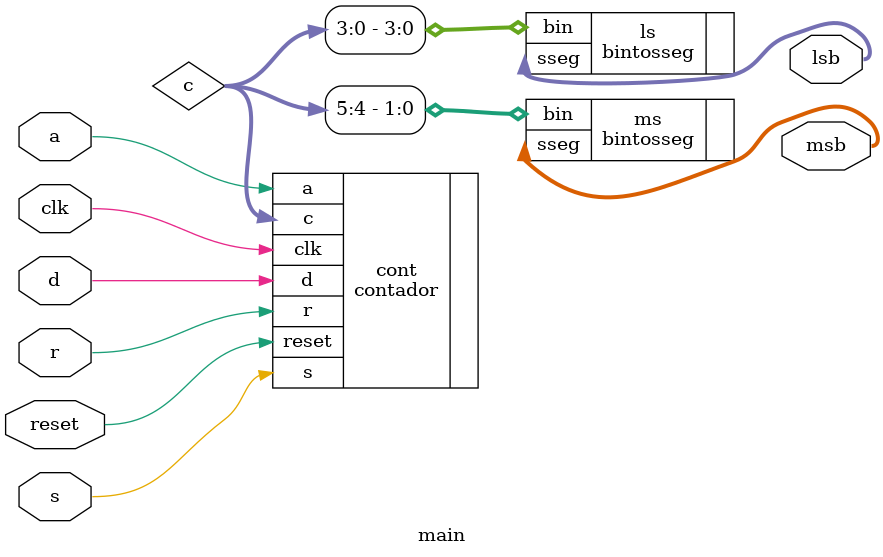
<source format=sv>
module main(input  logic clk,reset,s,r,d,a,
				output logic [6:0] lsb,msb);
				
				logic [5:0] c;
	
	contador #(6) cont(.clk(clk),.reset(reset),.s(s),.r(r),.d(d),.a(a),.c(c));
	

	
	bintosseg ls(.bin(c[3:0]),.sseg(lsb));
	bintosseg ms(.bin(c[5:4]),.sseg(msb));
	
endmodule
</source>
